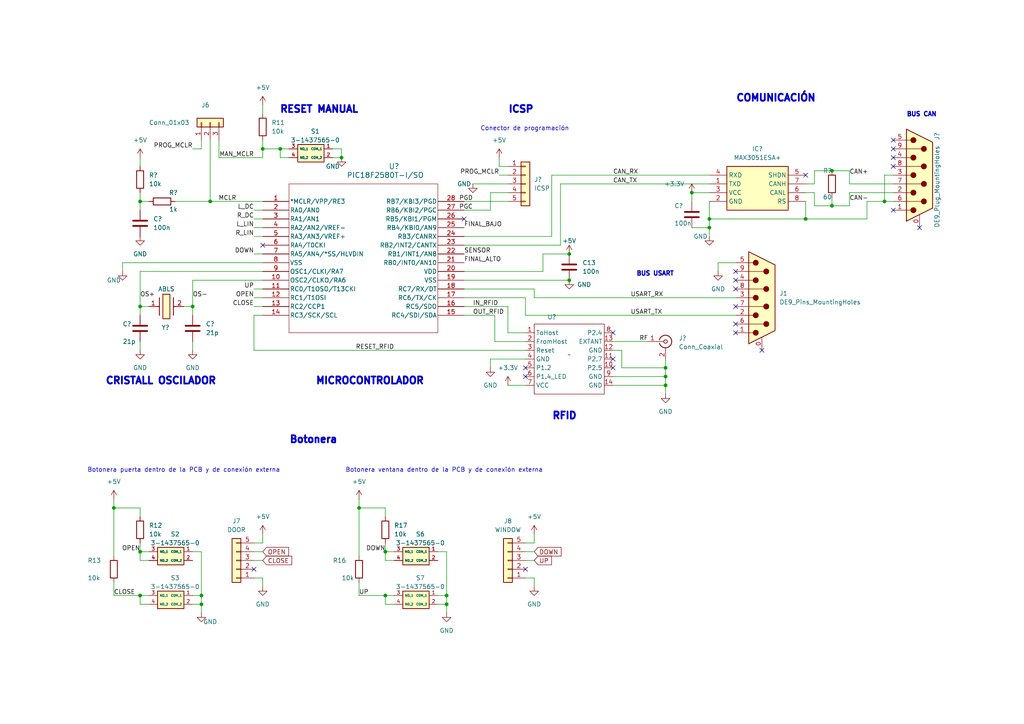
<source format=kicad_sch>
(kicad_sch (version 20250114) (generator "eeschema") (generator_version "9.0")
  (paper "A4")
  (lib_symbols
    (symbol "+5V_1" (power) (pin_numbers (hide yes)) (pin_names (offset 0) (hide yes))
      (property "Value" "+5V" (at 0 3.556 0))
      (symbol "+5V_1_0_1"
        (polyline (pts (xy -0.762 1.27) (xy 0 2.54)))
        (polyline (pts (xy 0 2.54) (xy 0.762 1.27)))
        (polyline (pts (xy 0 0) (xy 0 2.54)))
      )
      (symbol "+5V_1_1_1"
        (pin power_in line (at 0 0 90) (length 0) (name "~") (number "1"))
      )
    )
    (symbol "+5V_2" (power) (pin_numbers (hide yes)) (pin_names (offset 0) (hide yes))
      (property "Value" "+5V" (at 0 3.556 0))
      (symbol "+5V_2_0_1"
        (polyline (pts (xy -0.762 1.27) (xy 0 2.54)))
        (polyline (pts (xy 0 2.54) (xy 0.762 1.27)))
        (polyline (pts (xy 0 0) (xy 0 2.54)))
      )
      (symbol "+5V_2_1_1"
        (pin power_in line (at 0 0 90) (length 0) (name "~") (number "1"))
      )
    )
    (symbol "3-1437565-0:3-1437565-0"
      (property "Reference" "S1" (at 12.7 6.858 0))
      (property "Value" "3-1437565-0" (at 12.954 4.318 0))
      (symbol "3-1437565-0_1_1"
        (rectangle (start 6.35 1.27) (end 13.97 -3.81) (stroke (width 0.254)) (fill (type background)))
        (pin passive line (at 3.81 0 0) (length 2.54) (name "COM_1") (number "1"))
        (pin passive line (at 3.81 -2.54 0) (length 2.54) (name "COM_2") (number "2"))
        (pin passive line (at 16.51 0 180) (length 2.54) (name "NO_1") (number "3"))
        (pin passive line (at 16.51 -2.54 180) (length 2.54) (name "NO_2") (number "4"))
      )
    )
    (symbol "ABLS-8_000MHZ-B2-T:ABLS-8.000MHZ-B2-T" (pin_names (hide yes))
      (property "Reference" "Y" (at 8.89 6.35 0))
      (property "Value" "ABLS-8.000MHZ-B2-T" (at 8.89 3.81 0))
      (symbol "ABLS-8.000MHZ-B2-T_1_1"
        (polyline (pts (xy 3.048 2.54) (xy 3.048 -2.54)) (stroke (width 0.254)))
        (polyline (pts (xy 3.048 0) (xy 2.54 0)) (stroke (width 0.254)))
        (rectangle (start 4.064 3.556) (end 6.096 -3.556) (stroke (width 0.254)) (fill (type background)))
        (polyline (pts (xy 7.112 2.54) (xy 7.112 -2.54)) (stroke (width 0.254)))
        (polyline (pts (xy 7.112 0) (xy 7.62 0)) (stroke (width 0.254)))
        (pin passive line (at 0 0 0) (length 2.54) (name "1") (number "1"))
        (pin passive line (at 10.16 0 180) (length 2.54) (name "2") (number "2"))
      )
    )
    (symbol "Connector:Conn_Coaxial" (pin_names (offset 1.016) (hide yes))
      (property "Reference" "J" (at 0.254 3.048 0))
      (property "Value" "Conn_Coaxial" (at 2.921 0 90))
      (symbol "Conn_Coaxial_0_1"
        (polyline (pts (xy -2.54 0) (xy -0.508 0)))
        (arc (start 1.778 0) (mid 0.222 -1.8079) (end -1.778 -0.508) (stroke (width 0.254)))
        (arc (start -1.778 0.508) (mid 0.2221 1.8084) (end 1.778 0) (stroke (width 0.254)))
        (circle (center 0 0) (radius 0.508) (stroke (width 0.2032)))
        (polyline (pts (xy 0 -2.54) (xy 0 -1.778)))
      )
      (symbol "Conn_Coaxial_1_1"
        (pin passive line (at -5.08 0 0) (length 2.54) (name "In") (number "1"))
        (pin passive line (at 0 -5.08 90) (length 2.54) (name "Ext") (number "2"))
      )
    )
    (symbol "Connector:DE9_Pins_MountingHoles" (pin_names (offset 1.016) (hide yes))
      (property "Reference" "J" (at 0 16.51 0))
      (property "Value" "DE9_Pins_MountingHoles" (at 0 14.605 0))
      (symbol "DE9_Pins_MountingHoles_0_1"
        (polyline (pts (xy -3.81 10.16) (xy -2.54 10.16)))
        (polyline (pts (xy -3.81 7.62) (xy 0.508 7.62)))
        (polyline (pts (xy -3.81 5.08) (xy -2.54 5.08)))
        (polyline (pts (xy -3.81 2.54) (xy 0.508 2.54)))
        (polyline (pts (xy -3.81 0) (xy -2.54 0)))
        (polyline (pts (xy -3.81 -2.54) (xy 0.508 -2.54)))
        (polyline (pts (xy -3.81 -5.08) (xy -2.54 -5.08)))
        (polyline (pts (xy -3.81 -7.62) (xy 0.508 -7.62)))
        (polyline (pts (xy -3.81 -10.16) (xy -2.54 -10.16)))
        (polyline (pts (xy -3.81 -13.335) (xy -3.81 13.335) (xy 3.81 9.525) (xy 3.81 -9.525) (xy -3.81 -13.335)) (stroke (width 0.254)) (fill (type background)))
        (circle (center -1.778 10.16) (radius 0.762) (fill (type outline)))
        (circle (center -1.778 5.08) (radius 0.762) (fill (type outline)))
        (circle (center -1.778 0) (radius 0.762) (fill (type outline)))
        (circle (center -1.778 -5.08) (radius 0.762) (fill (type outline)))
        (circle (center -1.778 -10.16) (radius 0.762) (fill (type outline)))
        (circle (center 1.27 7.62) (radius 0.762) (fill (type outline)))
        (circle (center 1.27 2.54) (radius 0.762) (fill (type outline)))
        (circle (center 1.27 -2.54) (radius 0.762) (fill (type outline)))
        (circle (center 1.27 -7.62) (radius 0.762) (fill (type outline)))
      )
      (symbol "DE9_Pins_MountingHoles_1_1"
        (pin passive line (at -7.62 10.16 0) (length 3.81) (name "5") (number "5"))
        (pin passive line (at -7.62 7.62 0) (length 3.81) (name "9") (number "9"))
        (pin passive line (at -7.62 5.08 0) (length 3.81) (name "4") (number "4"))
        (pin passive line (at -7.62 2.54 0) (length 3.81) (name "8") (number "8"))
        (pin passive line (at -7.62 0 0) (length 3.81) (name "3") (number "3"))
        (pin passive line (at -7.62 -2.54 0) (length 3.81) (name "7") (number "7"))
        (pin passive line (at -7.62 -5.08 0) (length 3.81) (name "2") (number "2"))
        (pin passive line (at -7.62 -7.62 0) (length 3.81) (name "6") (number "6"))
        (pin passive line (at -7.62 -10.16 0) (length 3.81) (name "1") (number "1"))
        (pin passive line (at 0 -15.24 90) (length 3.81) (name "PAD") (number "0"))
      )
    )
    (symbol "Connector:DE9_Plug_MountingHoles" (pin_names (offset 1.016) (hide yes))
      (property "Reference" "J" (at 0 16.51 0))
      (property "Value" "DE9_Plug_MountingHoles" (at 0 14.605 0))
      (symbol "DE9_Plug_MountingHoles_0_1"
        (polyline (pts (xy -3.81 10.16) (xy -2.54 10.16)))
        (polyline (pts (xy -3.81 7.62) (xy 0.508 7.62)))
        (polyline (pts (xy -3.81 5.08) (xy -2.54 5.08)))
        (polyline (pts (xy -3.81 2.54) (xy 0.508 2.54)))
        (polyline (pts (xy -3.81 0) (xy -2.54 0)))
        (polyline (pts (xy -3.81 -2.54) (xy 0.508 -2.54)))
        (polyline (pts (xy -3.81 -5.08) (xy -2.54 -5.08)))
        (polyline (pts (xy -3.81 -7.62) (xy 0.508 -7.62)))
        (polyline (pts (xy -3.81 -10.16) (xy -2.54 -10.16)))
        (polyline (pts (xy -3.81 -13.335) (xy -3.81 13.335) (xy 3.81 9.525) (xy 3.81 -9.525) (xy -3.81 -13.335)) (stroke (width 0.254)) (fill (type background)))
        (circle (center -1.778 10.16) (radius 0.762) (fill (type outline)))
        (circle (center -1.778 5.08) (radius 0.762) (fill (type outline)))
        (circle (center -1.778 0) (radius 0.762) (fill (type outline)))
        (circle (center -1.778 -5.08) (radius 0.762) (fill (type outline)))
        (circle (center -1.778 -10.16) (radius 0.762) (fill (type outline)))
        (circle (center 1.27 7.62) (radius 0.762) (fill (type outline)))
        (circle (center 1.27 2.54) (radius 0.762) (fill (type outline)))
        (circle (center 1.27 -2.54) (radius 0.762) (fill (type outline)))
        (circle (center 1.27 -7.62) (radius 0.762) (fill (type outline)))
      )
      (symbol "DE9_Plug_MountingHoles_1_1"
        (pin passive line (at -7.62 10.16 0) (length 3.81) (name "5") (number "5"))
        (pin passive line (at -7.62 7.62 0) (length 3.81) (name "9") (number "9"))
        (pin passive line (at -7.62 5.08 0) (length 3.81) (name "4") (number "4"))
        (pin passive line (at -7.62 2.54 0) (length 3.81) (name "8") (number "8"))
        (pin passive line (at -7.62 0 0) (length 3.81) (name "3") (number "3"))
        (pin passive line (at -7.62 -2.54 0) (length 3.81) (name "7") (number "7"))
        (pin passive line (at -7.62 -5.08 0) (length 3.81) (name "2") (number "2"))
        (pin passive line (at -7.62 -7.62 0) (length 3.81) (name "6") (number "6"))
        (pin passive line (at -7.62 -10.16 0) (length 3.81) (name "1") (number "1"))
        (pin passive line (at 0 -15.24 90) (length 3.81) (name "PAD") (number "0"))
      )
    )
    (symbol "Connector_Generic:Conn_01x03" (pin_names (offset 1.016) (hide yes))
      (property "Reference" "J" (at 0 5.08 0))
      (property "Value" "Conn_01x03" (at 0 -5.08 0))
      (symbol "Conn_01x03_1_1"
        (rectangle (start -1.27 3.81) (end 1.27 -3.81) (stroke (width 0.254)) (fill (type background)))
        (rectangle (start -1.27 2.667) (end 0 2.413) (stroke (width 0.1524)))
        (rectangle (start -1.27 0.127) (end 0 -0.127) (stroke (width 0.1524)))
        (rectangle (start -1.27 -2.413) (end 0 -2.667) (stroke (width 0.1524)))
        (pin passive line (at -5.08 2.54 0) (length 3.81) (name "Pin_1") (number "1"))
        (pin passive line (at -5.08 0 0) (length 3.81) (name "Pin_2") (number "2"))
        (pin passive line (at -5.08 -2.54 0) (length 3.81) (name "Pin_3") (number "3"))
      )
    )
    (symbol "Connector_Generic:Conn_01x05" (pin_names (offset 1.016) (hide yes))
      (property "Reference" "J" (at 0 7.62 0))
      (property "Value" "Conn_01x05" (at 0 -7.62 0))
      (symbol "Conn_01x05_1_1"
        (rectangle (start -1.27 6.35) (end 1.27 -6.35) (stroke (width 0.254)) (fill (type background)))
        (rectangle (start -1.27 5.207) (end 0 4.953) (stroke (width 0.1524)))
        (rectangle (start -1.27 2.667) (end 0 2.413) (stroke (width 0.1524)))
        (rectangle (start -1.27 0.127) (end 0 -0.127) (stroke (width 0.1524)))
        (rectangle (start -1.27 -2.413) (end 0 -2.667) (stroke (width 0.1524)))
        (rectangle (start -1.27 -4.953) (end 0 -5.207) (stroke (width 0.1524)))
        (pin passive line (at -5.08 5.08 0) (length 3.81) (name "Pin_1") (number "1"))
        (pin passive line (at -5.08 2.54 0) (length 3.81) (name "Pin_2") (number "2"))
        (pin passive line (at -5.08 0 0) (length 3.81) (name "Pin_3") (number "3"))
        (pin passive line (at -5.08 -2.54 0) (length 3.81) (name "Pin_4") (number "4"))
        (pin passive line (at -5.08 -5.08 0) (length 3.81) (name "Pin_5") (number "5"))
      )
    )
    (symbol "DLP-RFID2:DLP-RFID2"
      (property "Reference" "U6" (at -6.35 14.732 0))
      (property "Value" "~" (at 0 3.81 0))
      (symbol "DLP-RFID2_0_0"
        (pin output line (at -12.7 2.54 0) (length 2.54) (name "GND") (number "4"))
        (pin input line (at -12.7 -5.08 0) (length 2.54) (name "VCC") (number "7"))
        (pin output line (at 12.7 5.08 180) (length 2.54) (name "GND") (number "12"))
        (pin output line (at 12.7 -5.08 180) (length 2.54) (name "GND") (number "14"))
      )
      (symbol "DLP-RFID2_0_1"
        (rectangle (start -10.16 12.7) (end 10.16 -7.62))
      )
      (symbol "DLP-RFID2_1_0"
        (pin output line (at -12.7 10.16 0) (length 2.54) (name "ToHost") (number "1"))
        (pin input line (at -12.7 7.62 0) (length 2.54) (name "FromHost") (number "2"))
        (pin input line (at -12.7 5.08 0) (length 2.54) (name "Reset") (number "3"))
        (pin bidirectional line (at -12.7 0 0) (length 2.54) (name "P1.2") (number "5"))
        (pin output line (at -12.7 -2.54 0) (length 2.54) (name "P1.4_LED") (number "6"))
        (pin bidirectional line (at 12.7 10.16 180) (length 2.54) (name "P2.4") (number "8"))
        (pin output line (at 12.7 7.62 180) (length 2.54) (name "EXTANT") (number "13"))
        (pin bidirectional line (at 12.7 2.54 180) (length 2.54) (name "P2.7") (number "11"))
        (pin bidirectional line (at 12.7 0 180) (length 2.54) (name "P2.5") (number "10"))
        (pin output line (at 12.7 -2.54 180) (length 2.54) (name "GND") (number "9"))
      )
    )
    (symbol "Device:C" (pin_numbers (hide yes)) (pin_names (offset 0.254))
      (property "Reference" "C" (at 0.635 2.54 0))
      (property "Value" "C" (at 0.635 -2.54 0))
      (symbol "C_0_1"
        (polyline (pts (xy -2.032 0.762) (xy 2.032 0.762)) (stroke (width 0.508)))
        (polyline (pts (xy -2.032 -0.762) (xy 2.032 -0.762)) (stroke (width 0.508)))
      )
      (symbol "C_1_1"
        (pin passive line (at 0 3.81 270) (length 2.794) (name "~") (number "1"))
        (pin passive line (at 0 -3.81 90) (length 2.794) (name "~") (number "2"))
      )
    )
    (symbol "Device:R" (pin_numbers (hide yes)) (pin_names (offset 0))
      (property "Reference" "R" (at 2.032 0 90))
      (property "Value" "R" (at 0 0 90))
      (symbol "R_0_1"
        (rectangle (start -1.016 -2.54) (end 1.016 2.54) (stroke (width 0.254)))
      )
      (symbol "R_1_1"
        (pin passive line (at 0 3.81 270) (length 1.27) (name "~") (number "1"))
        (pin passive line (at 0 -3.81 90) (length 1.27) (name "~") (number "2"))
      )
    )
    (symbol "GND_1" (power) (pin_numbers (hide yes)) (pin_names (offset 0) (hide yes))
      (property "Value" "GND" (at 0 -3.81 0))
      (symbol "GND_1_0_1"
        (polyline (pts (xy 0 0) (xy 0 -1.27) (xy 1.27 -1.27) (xy 0 -2.54) (xy -1.27 -1.27) (xy 0 -1.27)))
      )
      (symbol "GND_1_1_1"
        (pin power_in line (at 0 0 270) (length 0) (name "~") (number "1"))
      )
    )
    (symbol "GND_2" (power) (pin_numbers (hide yes)) (pin_names (offset 0) (hide yes))
      (property "Value" "GND" (at 0 -3.81 0))
      (symbol "GND_2_0_1"
        (polyline (pts (xy 0 0) (xy 0 -1.27) (xy 1.27 -1.27) (xy 0 -2.54) (xy -1.27 -1.27) (xy 0 -1.27)))
      )
      (symbol "GND_2_1_1"
        (pin power_in line (at 0 0 270) (length 0) (name "~") (number "1"))
      )
    )
    (symbol "GND_3" (power) (pin_numbers (hide yes)) (pin_names (offset 0) (hide yes))
      (property "Value" "GND" (at 0 -3.81 0))
      (symbol "GND_3_0_1"
        (polyline (pts (xy 0 0) (xy 0 -1.27) (xy 1.27 -1.27) (xy 0 -2.54) (xy -1.27 -1.27) (xy 0 -1.27)))
      )
      (symbol "GND_3_1_1"
        (pin power_in line (at 0 0 270) (length 0) (name "~") (number "1"))
      )
    )
    (symbol "GND_4" (power) (pin_numbers (hide yes)) (pin_names (offset 0) (hide yes))
      (property "Value" "GND" (at 0 -3.81 0))
      (symbol "GND_4_0_1"
        (polyline (pts (xy 0 0) (xy 0 -1.27) (xy 1.27 -1.27) (xy 0 -2.54) (xy -1.27 -1.27) (xy 0 -1.27)))
      )
      (symbol "GND_4_1_1"
        (pin power_in line (at 0 0 270) (length 0) (name "~") (number "1"))
      )
    )
    (symbol "GND_5" (power) (pin_numbers (hide yes)) (pin_names (offset 0) (hide yes))
      (property "Value" "GND" (at 0 -3.81 0))
      (symbol "GND_5_0_1"
        (polyline (pts (xy 0 0) (xy 0 -1.27) (xy 1.27 -1.27) (xy 0 -2.54) (xy -1.27 -1.27) (xy 0 -1.27)))
      )
      (symbol "GND_5_1_1"
        (pin power_in line (at 0 0 270) (length 0) (name "~") (number "1"))
      )
    )
    (symbol "MAX3051ESA+:MAX3051ESA+"
      (property "Reference" "IC?" (at 13.97 7.62 0))
      (property "Value" "MAX3051ESA+" (at 13.97 5.08 0))
      (symbol "MAX3051ESA+_1_1"
        (rectangle (start 5.08 2.54) (end 22.86 -10.16) (stroke (width 0.254)) (fill (type background)))
        (pin passive line (at 0 0 0) (length 5.08) (name "RXD") (number "4"))
        (pin passive line (at 0 -2.54 0) (length 5.08) (name "TXD") (number "1"))
        (pin passive line (at 0 -5.08 0) (length 5.08) (name "VCC") (number "3"))
        (pin passive line (at 0 -7.62 0) (length 5.08) (name "GND") (number "2"))
        (pin passive line (at 27.94 0 180) (length 5.08) (name "SHDN") (number "5"))
        (pin passive line (at 27.94 -2.54 180) (length 5.08) (name "CANH") (number "7"))
        (pin passive line (at 27.94 -5.08 180) (length 5.08) (name "CANL") (number "6"))
        (pin passive line (at 27.94 -7.62 180) (length 5.08) (name "RS") (number "8"))
      )
    )
    (symbol "PIC18F2580T_I_SO:PIC18F2580T-I_SO" (pin_names (offset 0.254))
      (property "Reference" "U?" (at 26.416 9.906 0))
      (property "Value" "PIC18F2580T-I/SO" (at 26.416 7.366 0))
      (symbol "PIC18F2580T-I_SO_0_1"
        (polyline (pts (xy 7.62 5.08) (xy 7.62 -38.1)) (stroke (width 0.127)))
        (polyline (pts (xy 7.62 -38.1) (xy 50.8 -38.1)) (stroke (width 0.127)))
        (polyline (pts (xy 50.8 5.08) (xy 7.62 5.08)) (stroke (width 0.127)))
        (polyline (pts (xy 50.8 -38.1) (xy 50.8 5.08)) (stroke (width 0.127)))
        (pin unspecified line (at 0 0 0) (length 7.62) (name "*MCLR/VPP/RE3") (number "1"))
        (pin unspecified line (at 0 -2.54 0) (length 7.62) (name "RA0/AN0") (number "2"))
        (pin unspecified line (at 0 -5.08 0) (length 7.62) (name "RA1/AN1") (number "3"))
        (pin unspecified line (at 0 -7.62 0) (length 7.62) (name "RA2/AN2/VREF-") (number "4"))
        (pin unspecified line (at 0 -10.16 0) (length 7.62) (name "RA3/AN3/VREF+") (number "5"))
        (pin unspecified line (at 0 -12.7 0) (length 7.62) (name "RA4/T0CKI") (number "6"))
        (pin unspecified line (at 0 -15.24 0) (length 7.62) (name "RA5/AN4/*SS/HLVDIN") (number "7"))
        (pin unspecified line (at 0 -17.78 0) (length 7.62) (name "VSS") (number "8"))
        (pin unspecified line (at 0 -20.32 0) (length 7.62) (name "OSC1/CLKI/RA7") (number "9"))
        (pin unspecified line (at 0 -22.86 0) (length 7.62) (name "OSC2/CLKO/RA6") (number "10"))
        (pin unspecified line (at 0 -25.4 0) (length 7.62) (name "RC0/T1OSO/T13CKI") (number "11"))
        (pin unspecified line (at 0 -27.94 0) (length 7.62) (name "RC1/T1OSI") (number "12"))
        (pin unspecified line (at 0 -30.48 0) (length 7.62) (name "RC2/CCP1") (number "13"))
        (pin unspecified line (at 0 -33.02 0) (length 7.62) (name "RC3/SCK/SCL") (number "14"))
        (pin unspecified line (at 58.42 0 180) (length 7.62) (name "RB7/KBI3/PGD") (number "28"))
        (pin unspecified line (at 58.42 -2.54 180) (length 7.62) (name "RB6/KBI2/PGC") (number "27"))
        (pin unspecified line (at 58.42 -5.08 180) (length 7.62) (name "RB5/KBI1/PGM") (number "26"))
        (pin unspecified line (at 58.42 -7.62 180) (length 7.62) (name "RB4/KBI0/AN9") (number "25"))
        (pin unspecified line (at 58.42 -10.16 180) (length 7.62) (name "RB3/CANRX") (number "24"))
        (pin unspecified line (at 58.42 -12.7 180) (length 7.62) (name "RB2/INT2/CANTX") (number "23"))
        (pin unspecified line (at 58.42 -15.24 180) (length 7.62) (name "RB1/INT1/AN8") (number "22"))
        (pin unspecified line (at 58.42 -17.78 180) (length 7.62) (name "RB0/INT0/AN10") (number "21"))
        (pin unspecified line (at 58.42 -20.32 180) (length 7.62) (name "VDD") (number "20"))
        (pin unspecified line (at 58.42 -22.86 180) (length 7.62) (name "VSS") (number "19"))
        (pin unspecified line (at 58.42 -25.4 180) (length 7.62) (name "RC7/RX/DT") (number "18"))
        (pin unspecified line (at 58.42 -27.94 180) (length 7.62) (name "RC6/TX/CK") (number "17"))
        (pin unspecified line (at 58.42 -30.48 180) (length 7.62) (name "RC5/SDO") (number "16"))
        (pin unspecified line (at 58.42 -33.02 180) (length 7.62) (name "RC4/SDI/SDA") (number "15"))
      )
    )
    (symbol "power:+3.3V" (power) (pin_numbers (hide yes)) (pin_names (offset 0) (hide yes))
      (property "Value" "+3.3V" (at 0 3.556 0))
      (symbol "+3.3V_0_1"
        (polyline (pts (xy -0.762 1.27) (xy 0 2.54)))
        (polyline (pts (xy 0 2.54) (xy 0.762 1.27)))
        (polyline (pts (xy 0 0) (xy 0 2.54)))
      )
      (symbol "+3.3V_1_1"
        (pin power_in line (at 0 0 90) (length 0) (name "~") (number "1"))
      )
    )
    (symbol "power:+5V" (power) (pin_names (offset 0))
      (property "Value" "+5V" (at 0 3.556 0))
      (symbol "+5V_0_1"
        (polyline (pts (xy -0.762 1.27) (xy 0 2.54)))
        (polyline (pts (xy 0 2.54) (xy 0.762 1.27)))
        (polyline (pts (xy 0 0) (xy 0 2.54)))
      )
      (symbol "+5V_1_1"
        (pin power_in line (at 0 0 90) (length 0) (hide yes) (name "+5V") (number "1"))
      )
    )
    (symbol "power:GND" (power) (pin_names (offset 0))
      (property "Value" "GND" (at 0 -3.81 0))
      (symbol "GND_0_1"
        (polyline (pts (xy 0 0) (xy 0 -1.27) (xy 1.27 -1.27) (xy 0 -2.54) (xy -1.27 -1.27) (xy 0 -1.27)))
      )
      (symbol "GND_1_1"
        (pin power_in line (at 0 0 270) (length 0) (hide yes) (name "GND") (number "1"))
      )
    )
  )
  (text "CRISTALL OSCILADOR" (at 30.48 111.76 0) (effects (font (size 2.032 2.032) (thickness 0.6) (bold yes)) (justify left bottom)))
  (text "BUS USART\n\n\n\n" (at 195.58 86.36 0) (effects (font (size 1.27 1.27) (thickness 0.6) (bold yes)) (justify right bottom)))
  (text "RESET MANUAL" (at 104.14 33.02 0) (effects (font (size 2.032 2.032) (thickness 0.6) (bold yes)) (justify right bottom)))
  (text "Botonera\n\n" (at 83.82 132.08 0) (effects (font (size 2.032 2.032) (thickness 0.6) (bold yes)) (justify left bottom)))
  (text "RFID\n" (at 160.02 121.92 0) (effects (font (size 2.032 2.032) (thickness 0.6) (bold yes)) (justify left bottom)))
  (text "COMUNICACIÓN\n\n" (at 213.36 33.02 0) (effects (font (size 2.032 2.032) (thickness 0.6) (bold yes)) (justify left bottom)))
  (text "MICROCONTROLADOR\n" (at 91.44 111.76 0) (effects (font (size 2.032 2.032) (thickness 0.6) (bold yes)) (justify left bottom)))
  (text "Botonera puerta dentro de la PCB y de conexión externa" (at 81.28 137.16 0) (effects (font (size 1.27 1.27)) (justify right bottom)))
  (text "ICSP\n" (at 154.94 33.02 0) (effects (font (size 2.032 2.032) (thickness 0.6) (bold yes)) (justify right bottom)))
  (text "Conector de programación\n" (at 165.1 38.1 0) (effects (font (size 1.27 1.27)) (justify right bottom)))
  (text "BUS CAN\n\n\n" (at 271.78 38.1 0) (effects (font (size 1.27 1.27) (thickness 0.6) (bold yes)) (justify right bottom)))
  (text "Botonera ventana dentro de la PCB y de conexión externa" (at 157.48 137.16 0) (effects (font (size 1.27 1.27)) (justify right bottom)))
  (junction (at 111.76 172.72))
  (junction (at 76.2 43.18))
  (junction (at 81.28 43.18))
  (junction (at 193.04 111.76))
  (junction (at 165.1 73.66))
  (junction (at 241.3 59.69))
  (junction (at 99.06 45.72))
  (junction (at 193.04 109.22))
  (junction (at 205.74 63.5))
  (junction (at 205.74 66.04))
  (junction (at 193.04 106.68))
  (junction (at 200.66 55.88))
  (junction (at 55.88 88.9))
  (junction (at 60.96 58.42))
  (junction (at 111.76 160.02))
  (junction (at 40.64 88.9))
  (junction (at 33.02 147.32))
  (junction (at 104.14 147.32))
  (junction (at 165.1 81.28))
  (junction (at 241.3 49.53))
  (junction (at 129.54 175.26))
  (junction (at 129.54 172.72))
  (junction (at 233.68 63.5))
  (junction (at 40.64 172.72))
  (junction (at 40.64 58.42))
  (junction (at 58.42 175.26))
  (junction (at 58.42 172.72))
  (junction (at 40.64 160.02))
  (junction (at 256.54 58.42))
  (no_connect (at 259.08 48.26))
  (no_connect (at 259.08 60.96))
  (no_connect (at 259.08 40.64))
  (no_connect (at 213.36 81.28))
  (no_connect (at 177.8 96.52))
  (no_connect (at 213.36 83.82))
  (no_connect (at 266.7 66.04))
  (no_connect (at 73.66 165.1))
  (no_connect (at 213.36 93.98))
  (no_connect (at 152.4 165.1))
  (no_connect (at 177.8 104.14))
  (no_connect (at 152.4 109.22))
  (no_connect (at 177.8 106.68))
  (no_connect (at 152.4 106.68))
  (no_connect (at 213.36 88.9))
  (no_connect (at 220.98 101.6))
  (no_connect (at 134.62 63.5))
  (no_connect (at 213.36 78.74))
  (no_connect (at 213.36 96.52))
  (no_connect (at 259.08 45.72))
  (no_connect (at 76.2 71.12))
  (no_connect (at 259.08 43.18))
  (no_connect (at 233.68 50.8))
  (wire (pts (xy 134.62 83.82) (xy 154.94 83.82)))
  (wire (pts (xy 154.94 83.82) (xy 154.94 86.36)))
  (wire (pts (xy 40.64 58.42) (xy 40.64 60.96)))
  (wire (pts (xy 53.34 88.9) (xy 55.88 88.9)))
  (wire (pts (xy 147.32 96.52) (xy 152.4 96.52)))
  (wire (pts (xy 134.62 81.28) (xy 165.1 81.28)))
  (wire (pts (xy 241.3 57.15) (xy 241.3 59.69)))
  (wire (pts (xy 134.62 88.9) (xy 147.32 88.9)))
  (wire (pts (xy 33.02 161.29) (xy 33.02 147.32)))
  (wire (pts (xy 154.94 157.48) (xy 154.94 154.94)))
  (wire (pts (xy 134.62 68.58) (xy 160.02 68.58)))
  (wire (pts (xy 40.64 55.88) (xy 40.64 58.42)))
  (wire (pts (xy 40.64 78.74) (xy 40.64 88.9)))
  (wire (pts (xy 73.66 91.44) (xy 76.2 91.44)))
  (wire (pts (xy 76.2 167.64) (xy 76.2 170.18)))
  (wire (pts (xy 160.02 68.58) (xy 160.02 50.8)))
  (wire (pts (xy 40.64 162.56) (xy 43.18 162.56)))
  (wire (pts (xy 111.76 172.72) (xy 104.14 172.72)))
  (wire (pts (xy 76.2 76.2) (xy 35.56 76.2)))
  (wire (pts (xy 99.06 43.18) (xy 99.06 45.72)))
  (wire (pts (xy 246.38 55.88) (xy 259.08 55.88)))
  (wire (pts (xy 43.18 172.72) (xy 40.64 172.72)))
  (wire (pts (xy 144.78 48.26) (xy 144.78 45.72)))
  (wire (pts (xy 73.66 73.66) (xy 76.2 73.66)))
  (wire (pts (xy 180.34 106.68) (xy 193.04 106.68)))
  (wire (pts (xy 35.56 76.2) (xy 35.56 78.74)))
  (wire (pts (xy 127 160.02) (xy 129.54 160.02)))
  (wire (pts (xy 58.42 40.64) (xy 58.42 43.18)))
  (wire (pts (xy 63.5 45.72) (xy 76.2 45.72)))
  (wire (pts (xy 81.28 43.18) (xy 83.82 43.18)))
  (wire (pts (xy 43.18 175.26) (xy 40.64 175.26)))
  (wire (pts (xy 177.8 99.06) (xy 187.96 99.06)))
  (wire (pts (xy 73.66 167.64) (xy 76.2 167.64)))
  (wire (pts (xy 142.24 55.88) (xy 147.32 55.88)))
  (wire (pts (xy 205.74 55.88) (xy 200.66 55.88)))
  (wire (pts (xy 76.2 45.72) (xy 76.2 43.18)))
  (wire (pts (xy 55.88 175.26) (xy 58.42 175.26)))
  (wire (pts (xy 193.04 109.22) (xy 193.04 111.76)))
  (wire (pts (xy 152.4 91.44) (xy 213.36 91.44)))
  (wire (pts (xy 208.28 76.2) (xy 208.28 78.74)))
  (wire (pts (xy 60.96 58.42) (xy 76.2 58.42)))
  (wire (pts (xy 43.18 88.9) (xy 40.64 88.9)))
  (wire (pts (xy 233.68 63.5) (xy 251.46 63.5)))
  (wire (pts (xy 40.64 88.9) (xy 40.64 91.44)))
  (wire (pts (xy 236.22 53.34) (xy 236.22 49.53)))
  (wire (pts (xy 236.22 55.88) (xy 236.22 59.69)))
  (wire (pts (xy 205.74 63.5) (xy 205.74 66.04)))
  (wire (pts (xy 40.64 58.42) (xy 43.18 58.42)))
  (wire (pts (xy 40.64 99.06) (xy 40.64 101.6)))
  (wire (pts (xy 236.22 59.69) (xy 241.3 59.69)))
  (wire (pts (xy 81.28 43.18) (xy 81.28 45.72)))
  (wire (pts (xy 154.94 167.64) (xy 154.94 170.18)))
  (wire (pts (xy 205.74 58.42) (xy 205.74 63.5)))
  (wire (pts (xy 104.14 147.32) (xy 111.76 147.32)))
  (wire (pts (xy 142.24 104.14) (xy 142.24 106.68)))
  (wire (pts (xy 40.64 160.02) (xy 40.64 162.56)))
  (wire (pts (xy 76.2 43.18) (xy 81.28 43.18)))
  (wire (pts (xy 73.66 157.48) (xy 76.2 157.48)))
  (wire (pts (xy 157.48 73.66) (xy 165.1 73.66)))
  (wire (pts (xy 246.38 59.69) (xy 246.38 55.88)))
  (wire (pts (xy 177.8 101.6) (xy 180.34 101.6)))
  (wire (pts (xy 111.76 162.56) (xy 114.3 162.56)))
  (wire (pts (xy 152.4 160.02) (xy 154.94 160.02)))
  (wire (pts (xy 205.74 63.5) (xy 233.68 63.5)))
  (wire (pts (xy 180.34 101.6) (xy 180.34 106.68)))
  (wire (pts (xy 152.4 104.14) (xy 142.24 104.14)))
  (wire (pts (xy 73.66 86.36) (xy 76.2 86.36)))
  (wire (pts (xy 193.04 104.14) (xy 193.04 106.68)))
  (wire (pts (xy 134.62 58.42) (xy 147.32 58.42)))
  (wire (pts (xy 193.04 106.68) (xy 193.04 109.22)))
  (wire (pts (xy 205.74 66.04) (xy 205.74 68.58)))
  (wire (pts (xy 60.96 40.64) (xy 60.96 58.42)))
  (wire (pts (xy 127 172.72) (xy 129.54 172.72)))
  (wire (pts (xy 104.14 172.72) (xy 104.14 168.91)))
  (wire (pts (xy 99.06 43.18) (xy 96.52 43.18)))
  (wire (pts (xy 73.66 160.02) (xy 76.2 160.02)))
  (wire (pts (xy 177.8 111.76) (xy 193.04 111.76)))
  (wire (pts (xy 162.56 53.34) (xy 162.56 71.12)))
  (wire (pts (xy 256.54 50.8) (xy 256.54 58.42)))
  (wire (pts (xy 134.62 78.74) (xy 157.48 78.74)))
  (wire (pts (xy 241.3 49.53) (xy 246.38 49.53)))
  (wire (pts (xy 33.02 144.78) (xy 33.02 147.32)))
  (wire (pts (xy 40.64 160.02) (xy 40.64 157.48)))
  (wire (pts (xy 111.76 147.32) (xy 111.76 149.86)))
  (wire (pts (xy 55.88 172.72) (xy 58.42 172.72)))
  (wire (pts (xy 55.88 81.28) (xy 76.2 81.28)))
  (wire (pts (xy 63.5 40.64) (xy 63.5 45.72)))
  (wire (pts (xy 246.38 49.53) (xy 246.38 53.34)))
  (wire (pts (xy 134.62 86.36) (xy 152.4 86.36)))
  (wire (pts (xy 200.66 66.04) (xy 205.74 66.04)))
  (wire (pts (xy 73.66 91.44) (xy 73.66 101.6)))
  (wire (pts (xy 143.51 99.06) (xy 152.4 99.06)))
  (wire (pts (xy 251.46 63.5) (xy 251.46 58.42)))
  (wire (pts (xy 33.02 172.72) (xy 33.02 168.91)))
  (wire (pts (xy 134.62 60.96) (xy 142.24 60.96)))
  (wire (pts (xy 40.64 160.02) (xy 43.18 160.02)))
  (wire (pts (xy 76.2 157.48) (xy 76.2 154.94)))
  (wire (pts (xy 147.32 111.76) (xy 152.4 111.76)))
  (wire (pts (xy 177.8 109.22) (xy 193.04 109.22)))
  (wire (pts (xy 40.64 78.74) (xy 76.2 78.74)))
  (wire (pts (xy 154.94 86.36) (xy 213.36 86.36)))
  (wire (pts (xy 152.4 157.48) (xy 154.94 157.48)))
  (wire (pts (xy 147.32 96.52) (xy 147.32 88.9)))
  (wire (pts (xy 213.36 76.2) (xy 208.28 76.2)))
  (wire (pts (xy 40.64 45.72) (xy 40.64 48.26)))
  (wire (pts (xy 33.02 147.32) (xy 40.64 147.32)))
  (wire (pts (xy 129.54 172.72) (xy 129.54 175.26)))
  (wire (pts (xy 200.66 55.88) (xy 200.66 58.42)))
  (wire (pts (xy 55.88 88.9) (xy 55.88 81.28)))
  (wire (pts (xy 83.82 45.72) (xy 81.28 45.72)))
  (wire (pts (xy 58.42 160.02) (xy 58.42 172.72)))
  (wire (pts (xy 73.66 83.82) (xy 76.2 83.82)))
  (wire (pts (xy 143.51 91.44) (xy 134.62 91.44)))
  (wire (pts (xy 73.66 60.96) (xy 76.2 60.96)))
  (wire (pts (xy 40.64 147.32) (xy 40.64 149.86)))
  (wire (pts (xy 111.76 175.26) (xy 111.76 172.72)))
  (wire (pts (xy 233.68 53.34) (xy 236.22 53.34)))
  (wire (pts (xy 111.76 160.02) (xy 114.3 160.02)))
  (wire (pts (xy 114.3 175.26) (xy 111.76 175.26)))
  (wire (pts (xy 73.66 101.6) (xy 152.4 101.6)))
  (wire (pts (xy 259.08 50.8) (xy 256.54 50.8)))
  (wire (pts (xy 144.78 50.8) (xy 147.32 50.8)))
  (wire (pts (xy 58.42 172.72) (xy 58.42 175.26)))
  (wire (pts (xy 73.66 88.9) (xy 76.2 88.9)))
  (wire (pts (xy 143.51 91.44) (xy 143.51 99.06)))
  (wire (pts (xy 114.3 172.72) (xy 111.76 172.72)))
  (wire (pts (xy 50.8 58.42) (xy 60.96 58.42)))
  (wire (pts (xy 55.88 88.9) (xy 55.88 91.44)))
  (wire (pts (xy 73.66 162.56) (xy 76.2 162.56)))
  (wire (pts (xy 236.22 55.88) (xy 233.68 55.88)))
  (wire (pts (xy 152.4 162.56) (xy 154.94 162.56)))
  (wire (pts (xy 58.42 175.26) (xy 58.42 177.8)))
  (wire (pts (xy 129.54 175.26) (xy 129.54 177.8)))
  (wire (pts (xy 127 175.26) (xy 129.54 175.26)))
  (wire (pts (xy 40.64 172.72) (xy 33.02 172.72)))
  (wire (pts (xy 104.14 161.29) (xy 104.14 147.32)))
  (wire (pts (xy 256.54 58.42) (xy 259.08 58.42)))
  (wire (pts (xy 40.64 175.26) (xy 40.64 172.72)))
  (wire (pts (xy 55.88 43.18) (xy 58.42 43.18)))
  (wire (pts (xy 246.38 53.34) (xy 259.08 53.34)))
  (wire (pts (xy 241.3 59.69) (xy 246.38 59.69)))
  (wire (pts (xy 236.22 49.53) (xy 241.3 49.53)))
  (wire (pts (xy 55.88 160.02) (xy 58.42 160.02)))
  (wire (pts (xy 104.14 144.78) (xy 104.14 147.32)))
  (wire (pts (xy 76.2 40.64) (xy 76.2 43.18)))
  (wire (pts (xy 157.48 78.74) (xy 157.48 73.66)))
  (wire (pts (xy 152.4 167.64) (xy 154.94 167.64)))
  (wire (pts (xy 76.2 30.48) (xy 76.2 33.02)))
  (wire (pts (xy 137.16 53.34) (xy 147.32 53.34)))
  (wire (pts (xy 160.02 50.8) (xy 205.74 50.8)))
  (wire (pts (xy 193.04 111.76) (xy 193.04 114.3)))
  (wire (pts (xy 134.62 71.12) (xy 162.56 71.12)))
  (wire (pts (xy 152.4 86.36) (xy 152.4 91.44)))
  (wire (pts (xy 129.54 160.02) (xy 129.54 172.72)))
  (wire (pts (xy 251.46 58.42) (xy 256.54 58.42)))
  (wire (pts (xy 147.32 48.26) (xy 144.78 48.26)))
  (wire (pts (xy 73.66 66.04) (xy 76.2 66.04)))
  (wire (pts (xy 73.66 68.58) (xy 76.2 68.58)))
  (wire (pts (xy 55.88 99.06) (xy 55.88 101.6)))
  (wire (pts (xy 73.66 63.5) (xy 76.2 63.5)))
  (wire (pts (xy 162.56 53.34) (xy 205.74 53.34)))
  (wire (pts (xy 142.24 55.88) (xy 142.24 60.96)))
  (wire (pts (xy 111.76 160.02) (xy 111.76 157.48)))
  (wire (pts (xy 99.06 45.72) (xy 96.52 45.72)))
  (wire (pts (xy 233.68 63.5) (xy 233.68 58.42)))
  (wire (pts (xy 111.76 160.02) (xy 111.76 162.56)))
  (label "UP" (at 104.14 172.72 0))
  (label "CAN_TX" (at 177.8 53.34 0))
  (label "FINAL_ALTO" (at 134.62 76.2 0))
  (label "PGC" (at 137.16 60.96 180))
  (label "OUT_RFID" (at 137.16 91.44 0))
  (label "IN_RFID" (at 137.16 88.9 0))
  (label "CLOSE" (at 73.66 88.9 180))
  (label "USART_RX" (at 182.88 86.36 0))
  (label "OPEN" (at 40.64 160.02 180))
  (label "OS+" (at 40.64 86.36 0))
  (label "CAN-" (at 246.38 58.42 0))
  (label "R_LIN" (at 73.66 68.58 180))
  (label "FINAL_BAJO" (at 134.62 66.04 0))
  (label "DOWN" (at 111.76 160.02 180))
  (label "CAN_RX" (at 177.8 50.8 0))
  (label "MAN_MCLR" (at 73.66 45.72 180))
  (label "SENSOR" (at 134.62 73.66 0))
  (label "PROG_MCLR" (at 55.88 43.18 180))
  (label "L_DC" (at 73.66 60.96 180))
  (label "OPEN" (at 73.66 86.36 180))
  (label "USART_TX" (at 182.88 91.44 0))
  (label "R_DC" (at 73.66 63.5 180))
  (label "RF" (at 185.42 99.06 0))
  (label "L_LIN" (at 73.66 66.04 180))
  (label "OS-" (at 55.88 86.36 0))
  (label "PGD" (at 137.16 58.42 180))
  (label "CLOSE" (at 33.02 172.72 0))
  (label "RESET_RFID" (at 114.3 101.6 180))
  (label "DOWN" (at 73.66 73.66 180))
  (label "CAN+" (at 246.38 50.8 0))
  (label "MCLR" (at 68.58 58.42 180))
  (label "UP" (at 73.66 83.82 180))
  (label "PROG_MCLR" (at 144.78 50.8 180))
  (global_label "CLOSE" (shape input) (at 76.2 162.56 0) (property "Intersheetrefs" "${INTERSHEET_REFS}" (effects (hide yes))))
  (global_label "UP" (shape input) (at 154.94 162.56 0) (property "Intersheetrefs" "${INTERSHEET_REFS}" (effects (hide yes))))
  (global_label "DOWN" (shape input) (at 154.94 160.02 0) (property "Intersheetrefs" "${INTERSHEET_REFS}" (effects (hide yes))))
  (global_label "OPEN" (shape input) (at 76.2 160.02 0) (property "Intersheetrefs" "${INTERSHEET_REFS}" (effects (hide yes))))
  (symbol (lib_id "power:+3.3V") (at 147.32 111.76 0) (unit 1)
    (property "Reference" "#PWR022" (effects (hide yes)))
    (property "Value" "+3.3V" (at 147.32 106.68 0))
    (property "Description" "Power symbol creates a global label with name \"+3.3V\"" (effects (hide yes)))
  )
  (symbol (lib_name "GND_4") (lib_id "power:GND") (at 193.04 114.3 0) (unit 1)
    (property "Reference" "#PWR?" (effects (hide yes)))
    (property "Value" "GND" (at 193.04 119.38 0))
    (property "Description" "Power symbol creates a global label with name \"GND\" , ground" (effects (hide yes)))
  )
  (symbol (lib_id "MAX3051ESA+:MAX3051ESA+") (at 205.74 50.8 0) (unit 1)
    (property "Reference" "IC?" (at 219.71 43.18 0))
    (property "Value" "MAX3051ESA+" (at 219.71 45.72 0))
    (property "Footprint" "MAX3051ESA+:SOIC127P600X175-8N" (effects (hide yes)))
    (property "Datasheet" "http://datasheets.maximintegrated.com/en/ds/MAX3051.pdf" (effects (hide yes)))
    (property "Description" "CAN Transceiver 1 Mbit/s ISO 11898 Standby-Mode 8pins SOIC" (effects (hide yes)))
    (property "Height" "1.75" (effects (hide yes)))
    (property "Mouser Part Number" "700-MAX3051ESA" (effects (hide yes)))
    (property "Mouser Price/Stock" "https://www.mouser.co.uk/ProductDetail/Analog-Devices-Maxim-Integrated/MAX3051ESA%2b?qs=CDqwynd4ZNpXRaQ90S7BzQ%3D%3D" (effects (hide yes)))
    (property "Manufacturer_Name" "Analog Devices" (effects (hide yes)))
    (property "Manufacturer_Part_Number" "MAX3051ESA+" (effects (hide yes)))
  )
  (symbol (lib_id "Device:C") (at 40.64 95.25 0) (unit 1)
    (property "Reference" "C?" (at 35.56 93.98 0) (effects (justify left)))
    (property "Value" "21p" (at 35.56 99.06 0) (effects (justify left)))
    (property "Footprint" "Capacitor_SMD:C_0201_0603Metric" (effects (hide yes)))
    (property "Description" "Unpolarized capacitor" (effects (hide yes)))
  )
  (symbol (lib_id "Device:C") (at 165.1 77.47 0) (unit 1)
    (property "Reference" "C13" (at 168.91 76.1999 0) (effects (justify left)))
    (property "Value" "100n" (at 168.91 78.7399 0) (effects (justify left)))
    (property "Footprint" "Capacitor_SMD:C_1206_3216Metric" (effects (hide yes)))
    (property "Description" "Unpolarized capacitor" (effects (hide yes)))
  )
  (symbol (lib_id "power:GND") (at 35.56 78.74 0) (unit 1)
    (property "Reference" "#PWR?" (effects (hide yes)))
    (property "Value" "GND" (at 33.02 81.28 0))
  )
  (symbol (lib_id "Device:R") (at 33.02 165.1 0) (unit 1)
    (property "Reference" "R13" (at 25.4 162.56 0) (effects (justify left)))
    (property "Value" "10k" (at 25.4 167.64 0) (effects (justify left)))
    (property "Footprint" "Capacitor_SMD:C_1206_3216Metric" (effects (hide yes)))
    (property "Description" "Resistor" (effects (hide yes)))
  )
  (symbol (lib_id "Device:R") (at 241.3 53.34 0) (mirror x) (unit 1)
    (property "Reference" "R?" (at 241.3 49.53 0) (effects (justify right)))
    (property "Value" "60" (at 241.3 57.15 0) (effects (justify right)))
    (property "Footprint" "Resistor_SMD:R_0603_1608Metric" (effects (hide yes)))
    (property "LCSC" "C22787" (effects (hide yes)))
  )
  (symbol (lib_id "Device:C") (at 55.88 95.25 0) (unit 1)
    (property "Reference" "C?" (at 59.69 93.9799 0) (effects (justify left)))
    (property "Value" "21p" (at 59.69 96.5199 0) (effects (justify left)))
    (property "Footprint" "Capacitor_SMD:C_0201_0603Metric" (effects (hide yes)))
    (property "Description" "Unpolarized capacitor" (effects (hide yes)))
  )
  (symbol (lib_id "Connector_Generic:Conn_01x05") (at 147.32 162.56 180) (unit 1)
    (property "Reference" "J8" (at 147.32 151.13 0))
    (property "Value" "WINDOW" (at 147.32 153.67 0))
    (property "Footprint" "Connector_PinHeader_2.54mm:PinHeader_1x05_P2.54mm_Vertical" (effects (hide yes)))
    (property "Description" "Generic connector, single row, 01x05, script generated (kicad-library-utils/schlib/autogen/connector/)" (effects (hide yes)))
  )
  (symbol (lib_id "power:GND") (at 99.06 45.72 0) (unit 1)
    (property "Reference" "#PWR048" (effects (hide yes)))
    (property "Value" "GND" (at 96.52 48.26 0))
    (property "Description" "Power symbol creates a global label with name \"GND\" , ground" (effects (hide yes)))
  )
  (symbol (lib_name "+5V_1") (lib_id "power:+5V") (at 76.2 154.94 0) (unit 1)
    (property "Reference" "#PWR017" (effects (hide yes)))
    (property "Value" "+5V" (at 76.2 149.86 0))
    (property "Description" "Power symbol creates a global label with name \"+5V\"" (effects (hide yes)))
  )
  (symbol (lib_id "Device:R") (at 104.14 165.1 0) (unit 1)
    (property "Reference" "R16" (at 96.52 162.56 0) (effects (justify left)))
    (property "Value" "10k" (at 99.06 167.64 0) (effects (justify left)))
    (property "Footprint" "Capacitor_SMD:C_1206_3216Metric" (effects (hide yes)))
    (property "Description" "Resistor" (effects (hide yes)))
  )
  (symbol (lib_id "power:GND") (at 137.16 53.34 0) (mirror y) (unit 1)
    (property "Reference" "#PWR?" (effects (hide yes)))
    (property "Value" "GND" (at 134.62 53.34 0))
  )
  (symbol (lib_id "Connector:DE9_Plug_MountingHoles") (at 266.7 50.8 0) (unit 1)
    (property "Reference" "J?" (at 271.78 40.64 90) (effects (justify left)))
    (property "Value" "DE9_Plug_MountingHoles" (at 271.78 66.04 90) (effects (justify left)))
    (property "Footprint" "Connector_Dsub:DSUB-9_Pins_Horizontal_P2.77x2.84mm_EdgePinOffset4.94mm_Housed_MountingHolesOffset4.94mm" (effects (hide yes)))
    (property "LCSC" "C575183" (effects (hide yes)))
  )
  (symbol (lib_id "3-1437565-0:3-1437565-0") (at 130.81 160.02 0) (mirror y) (unit 1)
    (property "Reference" "S6" (at 121.92 154.94 0))
    (property "Value" "3-1437565-0" (at 121.92 157.48 0))
    (property "Footprint" "3-1437565-0:314375650" (effects (hide yes)))
    (property "Datasheet" "https://www.te.com/commerce/DocumentDelivery/DDEController?Action=showdoc&DocId=Customer+Drawing%7F2-1437565-7%7FV%7Fpdf%7FEnglish%7FENG_CD_2-1437565-7_V.pdf%7F3-1437565-0" (effects (hide yes)))
    (property "Description" "TE CONNECTIVITY / ALCOSWITCH - 3-1437565-0 - SWITCH, SPST, 0.05A, 24VDC, SMD" (effects (hide yes)))
    (property "Height" "4.39" (effects (hide yes)))
    (property "Mouser Part Number" "506-3-1437565-0" (effects (hide yes)))
    (property "Mouser Price/Stock" "https://www.mouser.co.uk/ProductDetail/TE-Connectivity-PB/3-1437565-0?qs=%2FwXgF%2FfIho%2FDAgSy8ONeew%3D%3D" (effects (hide yes)))
    (property "Manufacturer_Name" "TE Connectivity" (effects (hide yes)))
    (property "Manufacturer_Part_Number" "3-1437565-0" (effects (hide yes)))
  )
  (symbol (lib_name "GND_3") (lib_id "power:GND") (at 208.28 78.74 0) (unit 1)
    (property "Reference" "#PWR028" (effects (hide yes)))
    (property "Value" "GND" (at 208.28 83.82 0))
    (property "Description" "Power symbol creates a global label with name \"GND\" , ground" (effects (hide yes)))
  )
  (symbol (lib_name "GND_5") (lib_id "power:GND") (at 129.54 177.8 0) (unit 1)
    (property "Reference" "#PWR065" (effects (hide yes)))
    (property "Value" "GND" (at 129.54 182.88 0))
    (property "Description" "Power symbol creates a global label with name \"GND\" , ground" (effects (hide yes)))
  )
  (symbol (lib_name "GND_5") (lib_id "power:GND") (at 76.2 170.18 0) (unit 1)
    (property "Reference" "#PWR054" (effects (hide yes)))
    (property "Value" "GND" (at 76.2 175.26 0))
    (property "Description" "Power symbol creates a global label with name \"GND\" , ground" (effects (hide yes)))
  )
  (symbol (lib_id "Device:R") (at 76.2 36.83 0) (unit 1)
    (property "Reference" "R11" (at 78.74 35.5599 0) (effects (justify left)))
    (property "Value" "10k" (at 78.74 38.0999 0) (effects (justify left)))
    (property "Footprint" "Capacitor_SMD:C_1206_3216Metric" (effects (hide yes)))
    (property "Description" "Resistor" (effects (hide yes)))
  )
  (symbol (lib_id "power:+5V") (at 76.2 30.48 0) (unit 1)
    (property "Reference" "#PWR035" (effects (hide yes)))
    (property "Value" "+5V" (at 76.2 25.4 0))
    (property "Description" "Power symbol creates a global label with name \"+5V\"" (effects (hide yes)))
  )
  (symbol (lib_name "+5V_1") (lib_id "power:+5V") (at 154.94 154.94 0) (unit 1)
    (property "Reference" "#PWR056" (effects (hide yes)))
    (property "Value" "+5V" (at 154.94 149.86 0))
    (property "Description" "Power symbol creates a global label with name \"+5V\"" (effects (hide yes)))
  )
  (symbol (lib_id "3-1437565-0:3-1437565-0") (at 130.81 172.72 0) (mirror y) (unit 1)
    (property "Reference" "S7" (at 121.92 167.64 0))
    (property "Value" "3-1437565-0" (at 121.92 170.18 0))
    (property "Footprint" "3-1437565-0:314375650" (effects (hide yes)))
    (property "Datasheet" "https://www.te.com/commerce/DocumentDelivery/DDEController?Action=showdoc&DocId=Customer+Drawing%7F2-1437565-7%7FV%7Fpdf%7FEnglish%7FENG_CD_2-1437565-7_V.pdf%7F3-1437565-0" (effects (hide yes)))
    (property "Description" "TE CONNECTIVITY / ALCOSWITCH - 3-1437565-0 - SWITCH, SPST, 0.05A, 24VDC, SMD" (effects (hide yes)))
    (property "Height" "4.39" (effects (hide yes)))
    (property "Mouser Part Number" "506-3-1437565-0" (effects (hide yes)))
    (property "Mouser Price/Stock" "https://www.mouser.co.uk/ProductDetail/TE-Connectivity-PB/3-1437565-0?qs=%2FwXgF%2FfIho%2FDAgSy8ONeew%3D%3D" (effects (hide yes)))
    (property "Manufacturer_Name" "TE Connectivity" (effects (hide yes)))
    (property "Manufacturer_Part_Number" "3-1437565-0" (effects (hide yes)))
  )
  (symbol (lib_name "+5V_1") (lib_id "power:+5V") (at 104.14 144.78 0) (unit 1)
    (property "Reference" "#PWR064" (effects (hide yes)))
    (property "Value" "+5V" (at 104.14 139.7 0))
    (property "Description" "Power symbol creates a global label with name \"+5V\"" (effects (hide yes)))
  )
  (symbol (lib_name "GND_4") (lib_id "power:GND") (at 142.24 106.68 0) (unit 1)
    (property "Reference" "#PWR021" (effects (hide yes)))
    (property "Value" "GND" (at 142.24 111.76 0))
    (property "Description" "Power symbol creates a global label with name \"GND\" , ground" (effects (hide yes)))
  )
  (symbol (lib_id "3-1437565-0:3-1437565-0") (at 59.69 160.02 0) (mirror y) (unit 1)
    (property "Reference" "S2" (at 50.8 154.94 0))
    (property "Value" "3-1437565-0" (at 50.8 157.48 0))
    (property "Footprint" "3-1437565-0:314375650" (effects (hide yes)))
    (property "Datasheet" "https://www.te.com/commerce/DocumentDelivery/DDEController?Action=showdoc&DocId=Customer+Drawing%7F2-1437565-7%7FV%7Fpdf%7FEnglish%7FENG_CD_2-1437565-7_V.pdf%7F3-1437565-0" (effects (hide yes)))
    (property "Description" "TE CONNECTIVITY / ALCOSWITCH - 3-1437565-0 - SWITCH, SPST, 0.05A, 24VDC, SMD" (effects (hide yes)))
    (property "Height" "4.39" (effects (hide yes)))
    (property "Mouser Part Number" "506-3-1437565-0" (effects (hide yes)))
    (property "Mouser Price/Stock" "https://www.mouser.co.uk/ProductDetail/TE-Connectivity-PB/3-1437565-0?qs=%2FwXgF%2FfIho%2FDAgSy8ONeew%3D%3D" (effects (hide yes)))
    (property "Manufacturer_Name" "TE Connectivity" (effects (hide yes)))
    (property "Manufacturer_Part_Number" "3-1437565-0" (effects (hide yes)))
  )
  (symbol (lib_id "Connector_Generic:Conn_01x05") (at 152.4 53.34 0) (unit 1)
    (property "Reference" "J?" (at 154.94 52.0699 0) (effects (justify left)))
    (property "Value" "ICSP" (at 154.94 54.6099 0) (effects (justify left)))
    (property "Footprint" "Connector_PinHeader_2.54mm:PinHeader_1x05_P2.54mm_Vertical" (effects (hide yes)))
    (property "Description" "Generic connector, single row, 01x05, script generated (kicad-library-utils/schlib/autogen/connector/)" (effects (hide yes)))
  )
  (symbol (lib_id "Device:C") (at 200.66 62.23 0) (unit 1)
    (property "Reference" "C?" (at 195.58 59.69 0) (effects (justify left)))
    (property "Value" "100n" (at 195.58 64.77 0) (effects (justify left)))
    (property "Footprint" "Capacitor_SMD:C_1206_3216Metric" (effects (hide yes)))
    (property "Description" "Unpolarized capacitor" (effects (hide yes)))
  )
  (symbol (lib_name "GND_1") (lib_id "power:GND") (at 40.64 101.6 0) (unit 1)
    (property "Reference" "#PWR?" (effects (hide yes)))
    (property "Value" "GND" (at 40.64 106.68 0))
    (property "Description" "Power symbol creates a global label with name \"GND\" , ground" (effects (hide yes)))
  )
  (symbol (lib_id "ABLS-8_000MHZ-B2-T:ABLS-8.000MHZ-B2-T") (at 43.18 88.9 0) (unit 1)
    (property "Reference" "Y?" (at 48.006 94.996 0))
    (property "Value" "ABLS" (at 48.26 83.82 0))
    (property "Footprint" "ABLS8000MHZB2T:ABLS8000MHZB2T" (effects (hide yes)))
    (property "Datasheet" "https://abracon.com/Resonators/abls.pdf" (effects (hide yes)))
    (property "Description" "HC/49US (AT49) SMD LOW PROFILE CRYSTAL" (effects (hide yes)))
    (property "Height" "4.2" (effects (hide yes)))
    (property "Mouser Part Number" "815-ABLS-8-B2" (effects (hide yes)))
    (property "Mouser Price/Stock" "https://www.mouser.co.uk/ProductDetail/ABRACON/ABLS-8.000MHZ-B2-T?qs=H8AWquzS%2FlOPBpG0T30dWA%3D%3D" (effects (hide yes)))
    (property "Manufacturer_Name" "ABRACON" (effects (hide yes)))
    (property "Manufacturer_Part_Number" "ABLS-8.000MHZ-B2-T" (effects (hide yes)))
  )
  (symbol (lib_name "GND_5") (lib_id "power:GND") (at 58.42 177.8 0) (unit 1)
    (property "Reference" "#PWR063" (effects (hide yes)))
    (property "Value" "GND" (at 60.96 180.34 0))
    (property "Description" "Power symbol creates a global label with name \"GND\" , ground" (effects (hide yes)))
  )
  (symbol (lib_id "Device:R") (at 40.64 153.67 0) (unit 1)
    (property "Reference" "R12" (at 43.18 152.3999 0) (effects (justify left)))
    (property "Value" "10k" (at 43.18 154.9399 0) (effects (justify left)))
    (property "Footprint" "Capacitor_SMD:C_1206_3216Metric" (effects (hide yes)))
    (property "Description" "Resistor" (effects (hide yes)))
  )
  (symbol (lib_id "3-1437565-0:3-1437565-0") (at 59.69 172.72 0) (mirror y) (unit 1)
    (property "Reference" "S3" (at 50.8 167.64 0))
    (property "Value" "3-1437565-0" (at 50.8 170.18 0))
    (property "Footprint" "3-1437565-0:314375650" (effects (hide yes)))
    (property "Datasheet" "https://www.te.com/commerce/DocumentDelivery/DDEController?Action=showdoc&DocId=Customer+Drawing%7F2-1437565-7%7FV%7Fpdf%7FEnglish%7FENG_CD_2-1437565-7_V.pdf%7F3-1437565-0" (effects (hide yes)))
    (property "Description" "TE CONNECTIVITY / ALCOSWITCH - 3-1437565-0 - SWITCH, SPST, 0.05A, 24VDC, SMD" (effects (hide yes)))
    (property "Height" "4.39" (effects (hide yes)))
    (property "Mouser Part Number" "506-3-1437565-0" (effects (hide yes)))
    (property "Mouser Price/Stock" "https://www.mouser.co.uk/ProductDetail/TE-Connectivity-PB/3-1437565-0?qs=%2FwXgF%2FfIho%2FDAgSy8ONeew%3D%3D" (effects (hide yes)))
    (property "Manufacturer_Name" "TE Connectivity" (effects (hide yes)))
    (property "Manufacturer_Part_Number" "3-1437565-0" (effects (hide yes)))
  )
  (symbol (lib_id "power:GND") (at 165.1 81.28 0) (unit 1)
    (property "Reference" "#PWR02" (effects (hide yes)))
    (property "Value" "GND" (at 169.418 82.55 0))
  )
  (symbol (lib_id "3-1437565-0:3-1437565-0") (at 100.33 43.18 0) (mirror y) (unit 1)
    (property "Reference" "S1" (at 91.44 38.1 0))
    (property "Value" "3-1437565-0" (at 91.44 40.64 0))
    (property "Footprint" "3-1437565-0:314375650" (effects (hide yes)))
    (property "Datasheet" "https://www.te.com/commerce/DocumentDelivery/DDEController?Action=showdoc&DocId=Customer+Drawing%7F2-1437565-7%7FV%7Fpdf%7FEnglish%7FENG_CD_2-1437565-7_V.pdf%7F3-1437565-0" (effects (hide yes)))
    (property "Description" "TE CONNECTIVITY / ALCOSWITCH - 3-1437565-0 - SWITCH, SPST, 0.05A, 24VDC, SMD" (effects (hide yes)))
    (property "Height" "4.39" (effects (hide yes)))
    (property "Mouser Part Number" "506-3-1437565-0" (effects (hide yes)))
    (property "Mouser Price/Stock" "https://www.mouser.co.uk/ProductDetail/TE-Connectivity-PB/3-1437565-0?qs=%2FwXgF%2FfIho%2FDAgSy8ONeew%3D%3D" (effects (hide yes)))
    (property "Manufacturer_Name" "TE Connectivity" (effects (hide yes)))
    (property "Manufacturer_Part_Number" "3-1437565-0" (effects (hide yes)))
  )
  (symbol (lib_id "power:+5V") (at 165.1 73.66 0) (unit 1)
    (property "Reference" "#PWR01" (effects (hide yes)))
    (property "Value" "+5V" (at 165.1 69.85 0))
  )
  (symbol (lib_name "+5V_2") (lib_id "power:+5V") (at 144.78 45.72 0) (unit 1)
    (property "Reference" "#PWR029" (effects (hide yes)))
    (property "Value" "+5V" (at 144.78 40.64 0))
    (property "Description" "Power symbol creates a global label with name \"+5V\"" (effects (hide yes)))
  )
  (symbol (lib_name "GND_5") (lib_id "power:GND") (at 154.94 170.18 0) (unit 1)
    (property "Reference" "#PWR057" (effects (hide yes)))
    (property "Value" "GND" (at 154.94 175.26 0))
    (property "Description" "Power symbol creates a global label with name \"GND\" , ground" (effects (hide yes)))
  )
  (symbol (lib_id "Device:R") (at 46.99 58.42 90) (unit 1)
    (property "Reference" "R?" (at 50.292 55.88 90))
    (property "Value" "1k" (at 50.292 60.706 90))
    (property "Footprint" "Resistor_SMD:R_0603_1608Metric" (effects (hide yes)))
    (property "Description" "Resistor" (effects (hide yes)))
  )
  (symbol (lib_id "Connector_Generic:Conn_01x05") (at 68.58 162.56 180) (unit 1)
    (property "Reference" "J7" (at 68.58 151.13 0))
    (property "Value" "DOOR" (at 68.58 153.67 0))
    (property "Footprint" "Connector_PinHeader_2.54mm:PinHeader_1x05_P2.54mm_Vertical" (effects (hide yes)))
    (property "Description" "Generic connector, single row, 01x05, script generated (kicad-library-utils/schlib/autogen/connector/)" (effects (hide yes)))
  )
  (symbol (lib_name "GND_2") (lib_id "power:GND") (at 40.64 68.58 0) (unit 1)
    (property "Reference" "#PWR?" (effects (hide yes)))
    (property "Value" "GND" (at 40.64 73.66 0))
    (property "Description" "Power symbol creates a global label with name \"GND\" , ground" (effects (hide yes)))
  )
  (symbol (lib_id "Connector:DE9_Pins_MountingHoles") (at 220.98 86.36 0) (unit 1)
    (property "Reference" "J1" (at 226.06 85.0899 0) (effects (justify left)))
    (property "Value" "DE9_Pins_MountingHoles" (at 226.06 87.6299 0) (effects (justify left)))
    (property "Footprint" "Connector_Dsub:DSUB-9_Pins_Horizontal_P2.77x2.84mm_EdgePinOffset4.94mm_Housed_MountingHolesOffset4.94mm" (effects (hide yes)))
    (property "Description" "9-pin D-SUB connector, pins (male), Mounting Hole" (effects (hide yes)))
  )
  (symbol (lib_name "GND_1") (lib_id "power:GND") (at 55.88 101.6 0) (unit 1)
    (property "Reference" "#PWR011" (effects (hide yes)))
    (property "Value" "GND" (at 55.88 106.68 0))
    (property "Description" "Power symbol creates a global label with name \"GND\" , ground" (effects (hide yes)))
  )
  (symbol (lib_id "Connector_Generic:Conn_01x03") (at 60.96 35.56 90) (unit 1)
    (property "Reference" "J6" (at 58.42 30.48 90) (effects (justify right)))
    (property "Value" "Conn_01x03" (at 43.18 35.56 90) (effects (justify right)))
    (property "Footprint" "Connector_PinHeader_2.54mm:PinHeader_1x03_P2.54mm_Vertical" (effects (hide yes)))
    (property "Description" "Generic connector, single row, 01x03, script generated (kicad-library-utils/schlib/autogen/connector/)" (effects (hide yes)))
  )
  (symbol (lib_id "Device:R") (at 40.64 52.07 0) (unit 1)
    (property "Reference" "R?" (at 43.18 50.7999 0) (effects (justify left)))
    (property "Value" "10k" (at 43.18 53.3399 0) (effects (justify left)))
    (property "Footprint" "Resistor_SMD:R_1206_3216Metric" (effects (hide yes)))
    (property "Description" "Resistor" (effects (hide yes)))
  )
  (symbol (lib_id "Device:C") (at 40.64 64.77 0) (unit 1)
    (property "Reference" "C?" (at 44.45 63.4999 0) (effects (justify left)))
    (property "Value" "100n" (at 44.45 66.0399 0) (effects (justify left)))
    (property "Footprint" "Capacitor_SMD:C_1206_3216Metric" (effects (hide yes)))
    (property "Description" "Unpolarized capacitor" (effects (hide yes)))
  )
  (symbol (lib_id "PIC18F2580T_I_SO:PIC18F2580T-I_SO") (at 76.2 58.42 0) (unit 1)
    (property "Reference" "U?" (at 114.3 48.26 0) (effects (font (size 1.524 1.524))))
    (property "Value" "PIC18F2580T-I/SO" (at 111.76 50.8 0) (effects (font (size 1.524 1.524))))
    (property "Footprint" "PIC18F2580T_I_SO:SOIC28-W_MC_MCH" (effects (hide yes)))
    (property "Datasheet" "PIC18F2580T-I/SO" (effects (hide yes)))
  )
  (symbol (lib_id "DLP-RFID2:DLP-RFID2") (at 165.1 106.68 0) (unit 1)
    (property "Reference" "U?" (at 158.75 91.948 0) (effects (justify left)))
    (property "Value" "~" (at 165.1 102.87 0))
    (property "Footprint" "DLP-RFID2:DLP-RFID2" (effects (hide yes)))
  )
  (symbol (lib_id "power:+5V") (at 40.64 45.72 0) (unit 1)
    (property "Reference" "#PWR052" (effects (hide yes)))
    (property "Value" "+5V" (at 40.64 40.64 0))
    (property "Description" "Power symbol creates a global label with name \"+5V\"" (effects (hide yes)))
  )
  (symbol (lib_id "Device:R") (at 111.76 153.67 0) (unit 1)
    (property "Reference" "R17" (at 114.3 152.3999 0) (effects (justify left)))
    (property "Value" "10k" (at 114.3 154.9399 0) (effects (justify left)))
    (property "Footprint" "Capacitor_SMD:C_1206_3216Metric" (effects (hide yes)))
    (property "Description" "Resistor" (effects (hide yes)))
  )
  (symbol (lib_id "Connector:Conn_Coaxial") (at 193.04 99.06 0) (unit 1)
    (property "Reference" "J?" (at 196.85 98.0831 0) (effects (justify left)))
    (property "Value" "Conn_Coaxial" (at 196.85 100.6231 0) (effects (justify left)))
    (property "Footprint" "Connector_Coaxial:BNC_TEConnectivity_1478035_Horizontal" (effects (hide yes)))
    (property "Description" "coaxial connector (BNC, SMA, SMB, SMC, Cinch/RCA, LEMO, ...)" (effects (hide yes)))
  )
  (symbol (lib_id "power:+3.3V") (at 200.66 55.88 0) (unit 1)
    (property "Reference" "#PWR025" (effects (hide yes)))
    (property "Value" "+3.3V" (at 195.58 53.34 0))
    (property "Description" "Power symbol creates a global label with name \"+3.3V\"" (effects (hide yes)))
  )
  (symbol (lib_id "power:GND") (at 205.74 68.58 0) (unit 1)
    (property "Reference" "#PWR?" (effects (hide yes)))
    (property "Value" "GND" (at 203.2 68.58 0))
  )
  (symbol (lib_name "+5V_1") (lib_id "power:+5V") (at 33.02 144.78 0) (unit 1)
    (property "Reference" "#PWR062" (effects (hide yes)))
    (property "Value" "+5V" (at 33.02 139.7 0))
    (property "Description" "Power symbol creates a global label with name \"+5V\"" (effects (hide yes)))
  )
)
</source>
